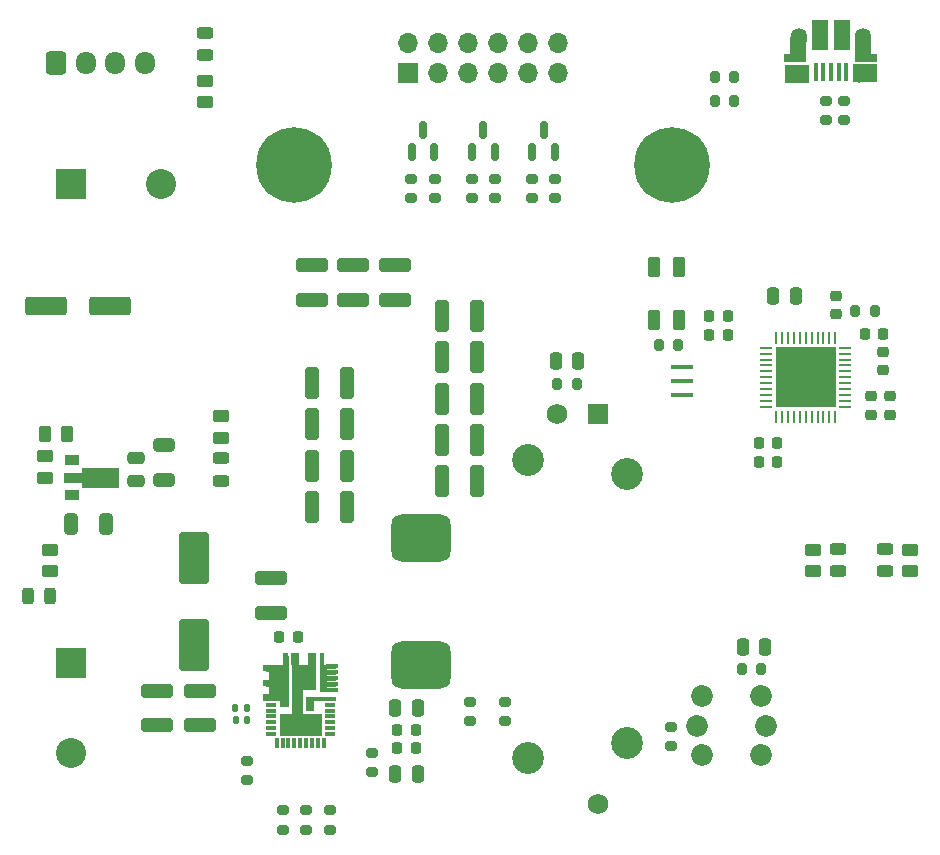
<source format=gts>
G04 #@! TF.GenerationSoftware,KiCad,Pcbnew,(6.0.9)*
G04 #@! TF.CreationDate,2023-01-29T21:25:14-08:00*
G04 #@! TF.ProjectId,RadarPanelController,52616461-7250-4616-9e65-6c436f6e7472,REV1*
G04 #@! TF.SameCoordinates,Original*
G04 #@! TF.FileFunction,Soldermask,Top*
G04 #@! TF.FilePolarity,Negative*
%FSLAX46Y46*%
G04 Gerber Fmt 4.6, Leading zero omitted, Abs format (unit mm)*
G04 Created by KiCad (PCBNEW (6.0.9)) date 2023-01-29 21:25:14*
%MOMM*%
%LPD*%
G01*
G04 APERTURE LIST*
G04 Aperture macros list*
%AMRoundRect*
0 Rectangle with rounded corners*
0 $1 Rounding radius*
0 $2 $3 $4 $5 $6 $7 $8 $9 X,Y pos of 4 corners*
0 Add a 4 corners polygon primitive as box body*
4,1,4,$2,$3,$4,$5,$6,$7,$8,$9,$2,$3,0*
0 Add four circle primitives for the rounded corners*
1,1,$1+$1,$2,$3*
1,1,$1+$1,$4,$5*
1,1,$1+$1,$6,$7*
1,1,$1+$1,$8,$9*
0 Add four rect primitives between the rounded corners*
20,1,$1+$1,$2,$3,$4,$5,0*
20,1,$1+$1,$4,$5,$6,$7,0*
20,1,$1+$1,$6,$7,$8,$9,0*
20,1,$1+$1,$8,$9,$2,$3,0*%
%AMFreePoly0*
4,1,21,2.125000,-3.300000,1.400000,-3.300000,1.400000,-2.775000,0.000000,-2.775000,0.000000,-2.225000,0.520000,-2.225000,0.520000,-1.525000,0.000000,-1.525000,0.000000,-0.975000,0.520000,-0.975000,0.520000,-0.275000,0.000000,-0.275000,0.000000,-0.000500,-0.000500,-0.000500,-0.000500,0.000500,0.000000,0.000500,0.000000,0.275000,1.725000,0.275000,1.725000,1.235000,2.125000,1.235000,
2.125000,-3.300000,2.125000,-3.300000,$1*%
%AMFreePoly1*
4,1,9,3.862500,-0.866500,0.737500,-0.866500,0.737500,-0.450000,-0.737500,-0.450000,-0.737500,0.450000,0.737500,0.450000,0.737500,0.866500,3.862500,0.866500,3.862500,-0.866500,3.862500,-0.866500,$1*%
G04 Aperture macros list end*
%ADD10C,0.100000*%
%ADD11RoundRect,0.200000X-0.275000X0.200000X-0.275000X-0.200000X0.275000X-0.200000X0.275000X0.200000X0*%
%ADD12RoundRect,0.250000X1.100000X-0.325000X1.100000X0.325000X-1.100000X0.325000X-1.100000X-0.325000X0*%
%ADD13RoundRect,0.200000X0.275000X-0.200000X0.275000X0.200000X-0.275000X0.200000X-0.275000X-0.200000X0*%
%ADD14RoundRect,0.225000X-0.225000X-0.250000X0.225000X-0.250000X0.225000X0.250000X-0.225000X0.250000X0*%
%ADD15RoundRect,0.225000X0.225000X0.250000X-0.225000X0.250000X-0.225000X-0.250000X0.225000X-0.250000X0*%
%ADD16RoundRect,0.150000X0.150000X-0.587500X0.150000X0.587500X-0.150000X0.587500X-0.150000X-0.587500X0*%
%ADD17RoundRect,0.250000X-0.325000X-1.100000X0.325000X-1.100000X0.325000X1.100000X-0.325000X1.100000X0*%
%ADD18RoundRect,0.250000X1.000000X-1.950000X1.000000X1.950000X-1.000000X1.950000X-1.000000X-1.950000X0*%
%ADD19RoundRect,0.250000X-0.325000X-0.650000X0.325000X-0.650000X0.325000X0.650000X-0.325000X0.650000X0*%
%ADD20RoundRect,0.250000X0.450000X-0.262500X0.450000X0.262500X-0.450000X0.262500X-0.450000X-0.262500X0*%
%ADD21RoundRect,0.250000X0.250000X0.475000X-0.250000X0.475000X-0.250000X-0.475000X0.250000X-0.475000X0*%
%ADD22RoundRect,0.243750X0.456250X-0.243750X0.456250X0.243750X-0.456250X0.243750X-0.456250X-0.243750X0*%
%ADD23RoundRect,0.140000X0.140000X0.170000X-0.140000X0.170000X-0.140000X-0.170000X0.140000X-0.170000X0*%
%ADD24RoundRect,0.250000X-0.600000X-0.725000X0.600000X-0.725000X0.600000X0.725000X-0.600000X0.725000X0*%
%ADD25O,1.700000X1.950000*%
%ADD26RoundRect,0.225000X0.250000X-0.225000X0.250000X0.225000X-0.250000X0.225000X-0.250000X-0.225000X0*%
%ADD27RoundRect,0.250000X0.475000X-0.250000X0.475000X0.250000X-0.475000X0.250000X-0.475000X-0.250000X0*%
%ADD28RoundRect,0.250000X0.325000X1.100000X-0.325000X1.100000X-0.325000X-1.100000X0.325000X-1.100000X0*%
%ADD29R,1.700000X1.700000*%
%ADD30O,1.700000X1.700000*%
%ADD31C,0.800000*%
%ADD32C,6.400000*%
%ADD33FreePoly0,0.000000*%
%ADD34R,0.920000X0.300000*%
%ADD35R,0.300000X0.920000*%
%ADD36R,0.920000X0.350000*%
%ADD37RoundRect,0.035000X-0.465000X-0.140000X0.465000X-0.140000X0.465000X0.140000X-0.465000X0.140000X0*%
%ADD38RoundRect,0.060000X0.140000X-0.490000X0.140000X0.490000X-0.140000X0.490000X-0.140000X-0.490000X0*%
%ADD39RoundRect,0.060000X0.240000X-0.490000X0.240000X0.490000X-0.240000X0.490000X-0.240000X-0.490000X0*%
%ADD40RoundRect,0.250000X-0.250000X-0.475000X0.250000X-0.475000X0.250000X0.475000X-0.250000X0.475000X0*%
%ADD41RoundRect,0.250000X1.500000X0.550000X-1.500000X0.550000X-1.500000X-0.550000X1.500000X-0.550000X0*%
%ADD42RoundRect,0.250000X-0.450000X0.262500X-0.450000X-0.262500X0.450000X-0.262500X0.450000X0.262500X0*%
%ADD43RoundRect,0.200000X0.200000X0.275000X-0.200000X0.275000X-0.200000X-0.275000X0.200000X-0.275000X0*%
%ADD44R,1.750000X1.750000*%
%ADD45C,1.750000*%
%ADD46C,2.700000*%
%ADD47RoundRect,0.250000X-1.100000X0.325000X-1.100000X-0.325000X1.100000X-0.325000X1.100000X0.325000X0*%
%ADD48RoundRect,0.250000X0.650000X-0.325000X0.650000X0.325000X-0.650000X0.325000X-0.650000X-0.325000X0*%
%ADD49RoundRect,0.200000X-0.200000X-0.275000X0.200000X-0.275000X0.200000X0.275000X-0.200000X0.275000X0*%
%ADD50RoundRect,0.800000X1.700000X-1.200000X1.700000X1.200000X-1.700000X1.200000X-1.700000X-1.200000X0*%
%ADD51C,1.850000*%
%ADD52RoundRect,0.243750X0.243750X0.456250X-0.243750X0.456250X-0.243750X-0.456250X0.243750X-0.456250X0*%
%ADD53RoundRect,0.250000X0.262500X0.450000X-0.262500X0.450000X-0.262500X-0.450000X0.262500X-0.450000X0*%
%ADD54R,1.300000X0.900000*%
%ADD55FreePoly1,0.000000*%
%ADD56RoundRect,0.165000X0.385000X-0.710000X0.385000X0.710000X-0.385000X0.710000X-0.385000X-0.710000X0*%
%ADD57R,2.540000X2.540000*%
%ADD58C,2.540000*%
%ADD59RoundRect,0.243750X-0.456250X0.243750X-0.456250X-0.243750X0.456250X-0.243750X0.456250X0.243750X0*%
%ADD60RoundRect,0.135000X-0.135000X-0.185000X0.135000X-0.185000X0.135000X0.185000X-0.135000X0.185000X0*%
%ADD61RoundRect,0.062500X-0.062500X0.475000X-0.062500X-0.475000X0.062500X-0.475000X0.062500X0.475000X0*%
%ADD62RoundRect,0.062500X-0.475000X0.062500X-0.475000X-0.062500X0.475000X-0.062500X0.475000X0.062500X0*%
%ADD63R,5.200000X5.200000*%
%ADD64R,0.400000X1.650000*%
%ADD65R,2.000000X1.500000*%
%ADD66R,1.350000X2.000000*%
%ADD67R,1.825000X0.700000*%
%ADD68R,1.430000X2.500000*%
%ADD69O,1.350000X1.700000*%
%ADD70O,1.100000X1.500000*%
%ADD71R,1.900000X0.400000*%
G04 APERTURE END LIST*
G36*
X57408300Y-87847600D02*
G01*
X55615060Y-87847600D01*
X55615060Y-88660400D01*
X55005460Y-88660400D01*
X55005460Y-87593600D01*
X57408300Y-87593600D01*
X57408300Y-87847600D01*
G37*
D10*
X57408300Y-87847600D02*
X55615060Y-87847600D01*
X55615060Y-88660400D01*
X55005460Y-88660400D01*
X55005460Y-87593600D01*
X57408300Y-87593600D01*
X57408300Y-87847600D01*
G36*
X53423040Y-88370840D02*
G01*
X52749940Y-88370840D01*
X52749940Y-87855220D01*
X51591700Y-87855220D01*
X51591700Y-87347220D01*
X52313060Y-87347220D01*
X52313060Y-86603000D01*
X51591700Y-86603000D01*
X51591700Y-86095000D01*
X52313060Y-86095000D01*
X52313060Y-85353320D01*
X51591700Y-85353320D01*
X51591700Y-84845320D01*
X53118240Y-84845320D01*
X53118240Y-84088400D01*
X53423040Y-84088400D01*
X53423040Y-88370840D01*
G37*
X53423040Y-88370840D02*
X52749940Y-88370840D01*
X52749940Y-87855220D01*
X51591700Y-87855220D01*
X51591700Y-87347220D01*
X52313060Y-87347220D01*
X52313060Y-86603000D01*
X51591700Y-86603000D01*
X51591700Y-86095000D01*
X52313060Y-86095000D01*
X52313060Y-85353320D01*
X51591700Y-85353320D01*
X51591700Y-84845320D01*
X53118240Y-84845320D01*
X53118240Y-84088400D01*
X53423040Y-84088400D01*
X53423040Y-88370840D01*
G36*
X56453260Y-84847860D02*
G01*
X57408300Y-84847860D01*
X57408300Y-85101860D01*
X56702180Y-85101860D01*
X56702180Y-85348240D01*
X57408300Y-85348240D01*
X57408300Y-85602240D01*
X56702180Y-85602240D01*
X56702180Y-85848620D01*
X57408300Y-85848620D01*
X57408300Y-86102620D01*
X56702180Y-86102620D01*
X56702180Y-86349000D01*
X57408300Y-86349000D01*
X57408300Y-86603000D01*
X56702180Y-86603000D01*
X56702180Y-86846840D01*
X57408300Y-86846840D01*
X57408300Y-87100840D01*
X56148460Y-87100840D01*
X56148460Y-84088400D01*
X56453260Y-84088400D01*
X56453260Y-84847860D01*
G37*
X56453260Y-84847860D02*
X57408300Y-84847860D01*
X57408300Y-85101860D01*
X56702180Y-85101860D01*
X56702180Y-85348240D01*
X57408300Y-85348240D01*
X57408300Y-85602240D01*
X56702180Y-85602240D01*
X56702180Y-85848620D01*
X57408300Y-85848620D01*
X57408300Y-86102620D01*
X56702180Y-86102620D01*
X56702180Y-86349000D01*
X57408300Y-86349000D01*
X57408300Y-86603000D01*
X56702180Y-86603000D01*
X56702180Y-86846840D01*
X57408300Y-86846840D01*
X57408300Y-87100840D01*
X56148460Y-87100840D01*
X56148460Y-84088400D01*
X56453260Y-84088400D01*
X56453260Y-84847860D01*
G36*
X54284100Y-84845320D02*
G01*
X55246760Y-84845320D01*
X55246760Y-84088400D01*
X55754760Y-84088400D01*
X55754760Y-86890020D01*
X54606680Y-86890020D01*
X54606680Y-88970280D01*
X56252600Y-88970280D01*
X56252600Y-90748280D01*
X52747400Y-90748280D01*
X52747400Y-88970280D01*
X53776100Y-88970280D01*
X53776100Y-84088400D01*
X54284100Y-84088400D01*
X54284100Y-84845320D01*
G37*
X54284100Y-84845320D02*
X55246760Y-84845320D01*
X55246760Y-84088400D01*
X55754760Y-84088400D01*
X55754760Y-86890020D01*
X54606680Y-86890020D01*
X54606680Y-88970280D01*
X56252600Y-88970280D01*
X56252600Y-90748280D01*
X52747400Y-90748280D01*
X52747400Y-88970280D01*
X53776100Y-88970280D01*
X53776100Y-84088400D01*
X54284100Y-84088400D01*
X54284100Y-84845320D01*
D11*
X85900000Y-90075000D03*
X85900000Y-91725000D03*
D12*
X59000000Y-53975000D03*
X59000000Y-51025000D03*
D13*
X57000000Y-98825000D03*
X57000000Y-97175000D03*
D14*
X102325000Y-56800000D03*
X103875000Y-56800000D03*
D15*
X90675000Y-55300000D03*
X89125000Y-55300000D03*
D13*
X50000000Y-94625000D03*
X50000000Y-92975000D03*
D16*
X63950000Y-41437500D03*
X65850000Y-41437500D03*
X64900000Y-39562500D03*
D17*
X66525000Y-55300000D03*
X69475000Y-55300000D03*
D12*
X55500000Y-53975000D03*
X55500000Y-51025000D03*
D18*
X45500000Y-83200000D03*
X45500000Y-75800000D03*
D19*
X35125000Y-72900000D03*
X38075000Y-72900000D03*
D20*
X106100000Y-76912500D03*
X106100000Y-75087500D03*
D21*
X78050000Y-59100000D03*
X76150000Y-59100000D03*
D22*
X104000000Y-76937500D03*
X104000000Y-75062500D03*
D23*
X49980000Y-89500000D03*
X49020000Y-89500000D03*
D13*
X100500000Y-38725000D03*
X100500000Y-37075000D03*
D15*
X94875000Y-66100000D03*
X93325000Y-66100000D03*
D17*
X66525000Y-58800000D03*
X69475000Y-58800000D03*
D13*
X68900000Y-89625000D03*
X68900000Y-87975000D03*
D24*
X33850000Y-33875000D03*
D25*
X36350000Y-33875000D03*
X38850000Y-33875000D03*
X41350000Y-33875000D03*
D17*
X66525000Y-65800000D03*
X69475000Y-65800000D03*
X66525000Y-62300000D03*
X69475000Y-62300000D03*
D26*
X103800000Y-59875000D03*
X103800000Y-58325000D03*
D27*
X40600000Y-69250000D03*
X40600000Y-67350000D03*
D11*
X60600000Y-92275000D03*
X60600000Y-93925000D03*
D28*
X58475000Y-61000000D03*
X55525000Y-61000000D03*
D29*
X63650000Y-34775000D03*
D30*
X63650000Y-32235000D03*
X66190000Y-34775000D03*
X66190000Y-32235000D03*
X68730000Y-34775000D03*
X68730000Y-32235000D03*
X71270000Y-34775000D03*
X71270000Y-32235000D03*
X73810000Y-34775000D03*
X73810000Y-32235000D03*
X76350000Y-34775000D03*
X76350000Y-32235000D03*
D26*
X104400000Y-63675000D03*
X104400000Y-62125000D03*
D28*
X58475000Y-64500000D03*
X55525000Y-64500000D03*
D13*
X55000000Y-98825000D03*
X55000000Y-97175000D03*
D16*
X74150000Y-41437500D03*
X76050000Y-41437500D03*
X75100000Y-39562500D03*
D31*
X54000000Y-44900000D03*
X52302944Y-44197056D03*
X54000000Y-40100000D03*
X55697056Y-40802944D03*
X51600000Y-42500000D03*
X55697056Y-44197056D03*
X52302944Y-40802944D03*
D32*
X54000000Y-42500000D03*
D31*
X56400000Y-42500000D03*
D33*
X51340000Y-85080000D03*
D34*
X51998100Y-88220980D03*
X51998100Y-88718820D03*
X51998100Y-89219200D03*
X51998100Y-89719580D03*
X51998100Y-90219960D03*
X51998100Y-90720340D03*
D35*
X52501020Y-91505200D03*
X52998860Y-91505200D03*
X53499240Y-91505200D03*
X53999620Y-91505200D03*
X54500000Y-91505200D03*
X55000380Y-91505200D03*
X55500760Y-91505200D03*
X56001140Y-91505200D03*
X56498980Y-91505200D03*
D34*
X57001900Y-90720340D03*
X57001900Y-90219960D03*
X57001900Y-89719580D03*
X57001900Y-89219200D03*
X57001900Y-88718820D03*
X57001900Y-88220980D03*
D36*
X57001900Y-87720600D03*
D37*
X57160000Y-86973840D03*
X57160000Y-86476000D03*
X57160000Y-85975620D03*
X57160000Y-85475240D03*
X57160000Y-84974860D03*
D38*
X56300860Y-84395800D03*
D39*
X55500760Y-84395800D03*
X54030100Y-84395800D03*
D14*
X52725000Y-82500000D03*
X54275000Y-82500000D03*
D26*
X99900000Y-55175000D03*
X99900000Y-53625000D03*
D40*
X91950000Y-83300000D03*
X93850000Y-83300000D03*
D20*
X33300000Y-76912500D03*
X33300000Y-75087500D03*
D26*
X102800000Y-63675000D03*
X102800000Y-62125000D03*
D41*
X38400000Y-54500000D03*
X33000000Y-54500000D03*
D42*
X32900000Y-67187500D03*
X32900000Y-69012500D03*
D11*
X63900000Y-43675000D03*
X63900000Y-45325000D03*
D43*
X91225000Y-35100000D03*
X89575000Y-35100000D03*
D28*
X58475000Y-68000000D03*
X55525000Y-68000000D03*
D44*
X79750000Y-63605000D03*
D45*
X76250000Y-63605000D03*
X79750000Y-96605000D03*
D46*
X82200000Y-91505000D03*
X73800000Y-92705000D03*
X73800000Y-67505000D03*
X82200000Y-68705000D03*
D47*
X42400000Y-87025000D03*
X42400000Y-89975000D03*
D28*
X58475000Y-71500000D03*
X55525000Y-71500000D03*
D47*
X46000000Y-87025000D03*
X46000000Y-89975000D03*
D48*
X43000000Y-69175000D03*
X43000000Y-66225000D03*
D11*
X69000000Y-43675000D03*
X69000000Y-45325000D03*
D49*
X84875000Y-57800000D03*
X86525000Y-57800000D03*
D12*
X62500000Y-53975000D03*
X62500000Y-51025000D03*
D11*
X99000000Y-37075000D03*
X99000000Y-38725000D03*
D43*
X93525000Y-85200000D03*
X91875000Y-85200000D03*
D20*
X97900000Y-76912500D03*
X97900000Y-75087500D03*
D13*
X71800000Y-89625000D03*
X71800000Y-87975000D03*
D50*
X64700000Y-84900000D03*
X64700000Y-74100000D03*
D51*
X93500000Y-92500000D03*
X88500000Y-92500000D03*
X93500000Y-87500000D03*
X88500000Y-87500000D03*
X93900000Y-90000000D03*
X88100000Y-90000000D03*
D52*
X33337500Y-79000000D03*
X31462500Y-79000000D03*
D40*
X62550000Y-88500000D03*
X64450000Y-88500000D03*
D15*
X90675000Y-56900000D03*
X89125000Y-56900000D03*
D22*
X100000000Y-76937500D03*
X100000000Y-75062500D03*
D43*
X91225000Y-37100000D03*
X89575000Y-37100000D03*
D16*
X69050000Y-41437500D03*
X70950000Y-41437500D03*
X70000000Y-39562500D03*
D12*
X52000000Y-80475000D03*
X52000000Y-77525000D03*
D49*
X76275000Y-61100000D03*
X77925000Y-61100000D03*
D53*
X34712500Y-65300000D03*
X32887500Y-65300000D03*
D54*
X35150000Y-67500000D03*
D55*
X35237500Y-69000000D03*
D54*
X35150000Y-70500000D03*
D56*
X84425000Y-51150000D03*
X84425000Y-55650000D03*
X86575000Y-51150000D03*
X86575000Y-55650000D03*
D57*
X35050000Y-84690000D03*
D58*
X35050000Y-92310000D03*
D14*
X62725000Y-91900000D03*
X64275000Y-91900000D03*
D13*
X53000000Y-98825000D03*
X53000000Y-97175000D03*
D42*
X46400000Y-35387500D03*
X46400000Y-37212500D03*
D59*
X47800000Y-67375000D03*
X47800000Y-69250000D03*
D22*
X46400000Y-33237500D03*
X46400000Y-31362500D03*
D13*
X74100000Y-45325000D03*
X74100000Y-43675000D03*
D60*
X48990000Y-88500000D03*
X50010000Y-88500000D03*
D20*
X47800000Y-65612500D03*
X47800000Y-63787500D03*
D13*
X65900000Y-45325000D03*
X65900000Y-43675000D03*
X76100000Y-45325000D03*
X76100000Y-43675000D03*
D31*
X84302944Y-40802944D03*
X84302944Y-44197056D03*
X86000000Y-40100000D03*
X88400000Y-42500000D03*
X87697056Y-44197056D03*
X83600000Y-42500000D03*
D32*
X86000000Y-42500000D03*
D31*
X87697056Y-40802944D03*
X86000000Y-44900000D03*
D14*
X62725000Y-90400000D03*
X64275000Y-90400000D03*
D49*
X101475000Y-54900000D03*
X103125000Y-54900000D03*
D57*
X35090000Y-44150000D03*
D58*
X42710000Y-44150000D03*
D15*
X94875000Y-67700000D03*
X93325000Y-67700000D03*
D13*
X71000000Y-45325000D03*
X71000000Y-43675000D03*
D21*
X96450000Y-53600000D03*
X94550000Y-53600000D03*
D61*
X99800000Y-57162500D03*
X99300000Y-57162500D03*
X98800000Y-57162500D03*
X98300000Y-57162500D03*
X97800000Y-57162500D03*
X97300000Y-57162500D03*
X96800000Y-57162500D03*
X96300000Y-57162500D03*
X95800000Y-57162500D03*
X95300000Y-57162500D03*
X94800000Y-57162500D03*
D62*
X93962500Y-58000000D03*
X93962500Y-58500000D03*
X93962500Y-59000000D03*
X93962500Y-59500000D03*
X93962500Y-60000000D03*
X93962500Y-60500000D03*
X93962500Y-61000000D03*
X93962500Y-61500000D03*
X93962500Y-62000000D03*
X93962500Y-62500000D03*
X93962500Y-63000000D03*
D61*
X94800000Y-63837500D03*
X95300000Y-63837500D03*
X95800000Y-63837500D03*
X96300000Y-63837500D03*
X96800000Y-63837500D03*
X97300000Y-63837500D03*
X97800000Y-63837500D03*
X98300000Y-63837500D03*
X98800000Y-63837500D03*
X99300000Y-63837500D03*
X99800000Y-63837500D03*
D62*
X100637500Y-63000000D03*
X100637500Y-62500000D03*
X100637500Y-62000000D03*
X100637500Y-61500000D03*
X100637500Y-61000000D03*
X100637500Y-60500000D03*
X100637500Y-60000000D03*
X100637500Y-59500000D03*
X100637500Y-59000000D03*
X100637500Y-58500000D03*
X100637500Y-58000000D03*
D63*
X97300000Y-60500000D03*
D64*
X100725000Y-34665000D03*
X100075000Y-34665000D03*
X99425000Y-34665000D03*
X98775000Y-34665000D03*
X98125000Y-34665000D03*
D65*
X102275000Y-34765000D03*
X96525000Y-34785000D03*
D66*
X102155000Y-32715000D03*
D67*
X96425000Y-33465000D03*
D68*
X98465000Y-31515000D03*
D66*
X96675000Y-32715000D03*
D68*
X100385000Y-31515000D03*
D69*
X102155000Y-31785000D03*
X96695000Y-31785000D03*
D70*
X97005000Y-34785000D03*
D67*
X102375000Y-33465000D03*
D70*
X101845000Y-34785000D03*
D40*
X62550000Y-94100000D03*
X64450000Y-94100000D03*
D17*
X66525000Y-69300000D03*
X69475000Y-69300000D03*
D71*
X86800000Y-59600000D03*
X86800000Y-60800000D03*
X86800000Y-62000000D03*
M02*

</source>
